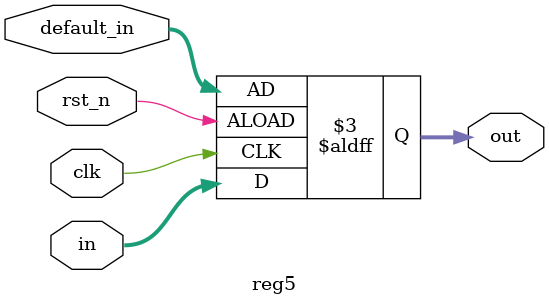
<source format=v>
module reg5 (
    input clk,
    input rst_n,
    input [4:0] in,
    input [4:0] default_in,
    output reg [4:0] out
);
    
    always @(posedge clk or negedge rst_n) begin
        if (!rst_n) out <= default_in;
        else out <= in;
    end
endmodule
</source>
